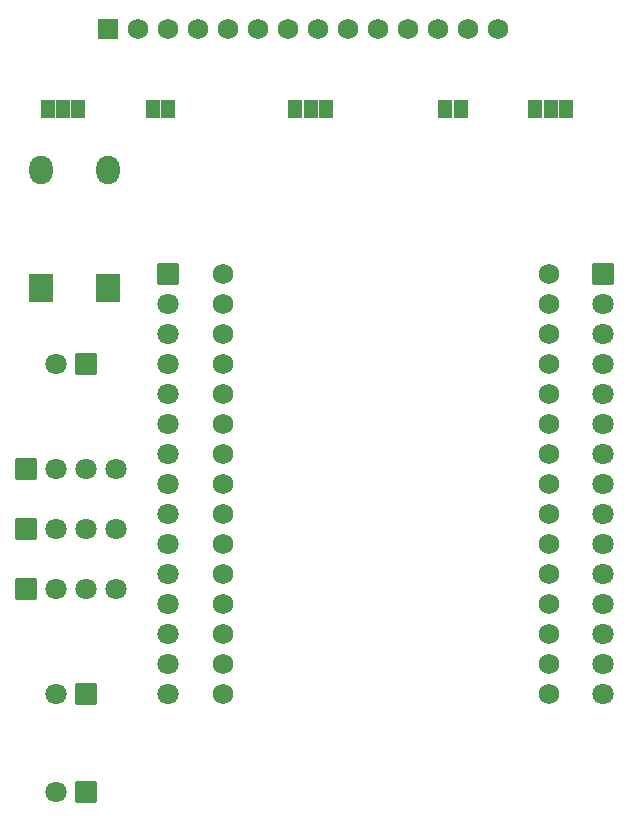
<source format=gts>
G04 Layer: TopSolderMaskLayer*
G04 EasyEDA v6.5.47, 2024-09-27 13:25:38*
G04 cb8a5c33274e4434a5d5d060cedbf222,e87ba6ffdfb0417d91de07616a749205,10*
G04 Gerber Generator version 0.2*
G04 Scale: 100 percent, Rotated: No, Reflected: No *
G04 Dimensions in millimeters *
G04 leading zeros omitted , absolute positions ,4 integer and 5 decimal *
%FSLAX45Y45*%
%MOMM*%

%AMMACRO1*4,1,8,-0.8042,-0.8636,-0.8636,-0.8039,-0.8636,0.8042,-0.8042,0.8636,0.8039,0.8636,0.8636,0.8042,0.8636,-0.8039,0.8039,-0.8636,-0.8042,-0.8636,0*%
%AMMACRO2*4,1,8,-0.9421,-1.2017,-1.0015,-1.142,-1.0015,1.1422,-0.9421,1.2017,0.9418,1.2017,1.0015,1.1422,1.0015,-1.142,0.9418,-1.2017,-0.9421,-1.2017,0*%
%AMMACRO3*4,1,8,-0.8573,-0.9017,-0.9017,-0.857,-0.9017,0.8573,-0.8573,0.9017,0.857,0.9017,0.9017,0.8573,0.9017,-0.857,0.857,-0.9017,-0.8573,-0.9017,0*%
%AMMACRO4*4,1,24,-0.5,-0.8007,-0.5157,-0.7982,-0.53,-0.7911,-0.5411,-0.7799,-0.5483,-0.7657,-0.5508,-0.7499,-0.5508,0.7499,-0.5483,0.7657,-0.5411,0.7799,-0.53,0.7911,-0.5157,0.7982,-0.5,0.8007,0.5,0.8007,0.5157,0.7982,0.53,0.7911,0.5411,0.7799,0.5483,0.7657,0.5508,0.7499,0.5508,-0.7499,0.5483,-0.7657,0.5411,-0.7799,0.53,-0.7911,0.5157,-0.7982,0.5,-0.8007,-0.5,-0.8007,0*%
%ADD10MACRO1*%
%ADD11C,1.7272*%
%ADD12MACRO2*%
%ADD13O,2.0031963999999998X2.4031956000000005*%
%ADD14MACRO3*%
%ADD15C,1.8034*%
%ADD16MACRO4*%

%LPD*%
D10*
G01*
X1144727Y-212547D03*
D11*
G01*
X1398752Y-212547D03*
G01*
X1652752Y-212547D03*
G01*
X1906752Y-212547D03*
G01*
X2160752Y-212547D03*
G01*
X2414752Y-212547D03*
G01*
X2668752Y-212547D03*
G01*
X2922752Y-212547D03*
G01*
X3176752Y-212547D03*
G01*
X3430752Y-212547D03*
G01*
X3684752Y-212547D03*
G01*
X3938752Y-212547D03*
G01*
X4192752Y-212547D03*
G01*
X4446752Y-212547D03*
G01*
X2112492Y-2286000D03*
G01*
X2112492Y-2540000D03*
G01*
X2112492Y-2794000D03*
G01*
X2112492Y-3048000D03*
G01*
X2112492Y-3302000D03*
G01*
X2112492Y-3556000D03*
G01*
X2112492Y-3810000D03*
G01*
X2112492Y-4064000D03*
G01*
X2112492Y-4318000D03*
G01*
X2112492Y-4572000D03*
G01*
X2112492Y-4826000D03*
G01*
X2112492Y-5080000D03*
G01*
X2112492Y-5334000D03*
G01*
X2112492Y-5588000D03*
G01*
X2112492Y-5842000D03*
G01*
X4872507Y-5842000D03*
G01*
X4872507Y-5588000D03*
G01*
X4872507Y-5334000D03*
G01*
X4872507Y-5080000D03*
G01*
X4872507Y-4826000D03*
G01*
X4872507Y-4572000D03*
G01*
X4872507Y-4318000D03*
G01*
X4872507Y-4064000D03*
G01*
X4872507Y-3810000D03*
G01*
X4872507Y-3556000D03*
G01*
X4872507Y-3302000D03*
G01*
X4872507Y-3048000D03*
G01*
X4872507Y-2794000D03*
G01*
X4872507Y-2540000D03*
G01*
X4872507Y-2286000D03*
D12*
G01*
X571500Y-2404999D03*
D13*
G01*
X571500Y-1405001D03*
D12*
G01*
X1143000Y-2404999D03*
D13*
G01*
X1143000Y-1405001D03*
D14*
G01*
X444500Y-4953000D03*
D15*
G01*
X698500Y-4953000D03*
G01*
X952500Y-4953000D03*
G01*
X1206500Y-4953000D03*
D14*
G01*
X444500Y-4445000D03*
D15*
G01*
X698500Y-4445000D03*
G01*
X952500Y-4445000D03*
G01*
X1206500Y-4445000D03*
D14*
G01*
X444500Y-3937000D03*
D15*
G01*
X698500Y-3937000D03*
G01*
X952500Y-3937000D03*
G01*
X1206500Y-3937000D03*
D14*
G01*
X952500Y-3048000D03*
D15*
G01*
X698500Y-3048000D03*
D14*
G01*
X952500Y-5842000D03*
D15*
G01*
X698500Y-5842000D03*
D14*
G01*
X952500Y-6667500D03*
D15*
G01*
X698500Y-6667500D03*
D14*
G01*
X1651000Y-2286000D03*
D15*
G01*
X1651000Y-2539974D03*
G01*
X1651000Y-2793974D03*
G01*
X1651000Y-3047974D03*
G01*
X1651000Y-3301974D03*
G01*
X1651000Y-3555974D03*
G01*
X1651000Y-3809974D03*
G01*
X1651000Y-4063974D03*
G01*
X1651000Y-4317974D03*
G01*
X1651000Y-4571974D03*
G01*
X1651000Y-4825974D03*
G01*
X1651000Y-5079974D03*
G01*
X1651000Y-5333974D03*
G01*
X1651000Y-5587974D03*
G01*
X1651000Y-5841974D03*
D14*
G01*
X5334000Y-2286000D03*
D15*
G01*
X5334000Y-2540000D03*
G01*
X5334000Y-2794000D03*
G01*
X5334000Y-3048000D03*
G01*
X5334000Y-3302000D03*
G01*
X5334000Y-3556000D03*
G01*
X5334000Y-3810000D03*
G01*
X5334000Y-4064000D03*
G01*
X5334000Y-4318000D03*
G01*
X5334000Y-4572000D03*
G01*
X5334000Y-4826000D03*
G01*
X5334000Y-5080000D03*
G01*
X5334000Y-5334000D03*
G01*
X5334000Y-5588000D03*
G01*
X5334000Y-5842000D03*
D16*
G01*
X1652511Y-889012D03*
G01*
X1522514Y-889012D03*
G01*
X3998988Y-888987D03*
G01*
X4128985Y-888987D03*
G01*
X631990Y-888987D03*
G01*
X761987Y-888987D03*
G01*
X891984Y-888987D03*
G01*
X2727490Y-888987D03*
G01*
X2857487Y-888987D03*
G01*
X2987484Y-888987D03*
G01*
X4759490Y-888987D03*
G01*
X4889487Y-888987D03*
G01*
X5019484Y-888987D03*
M02*

</source>
